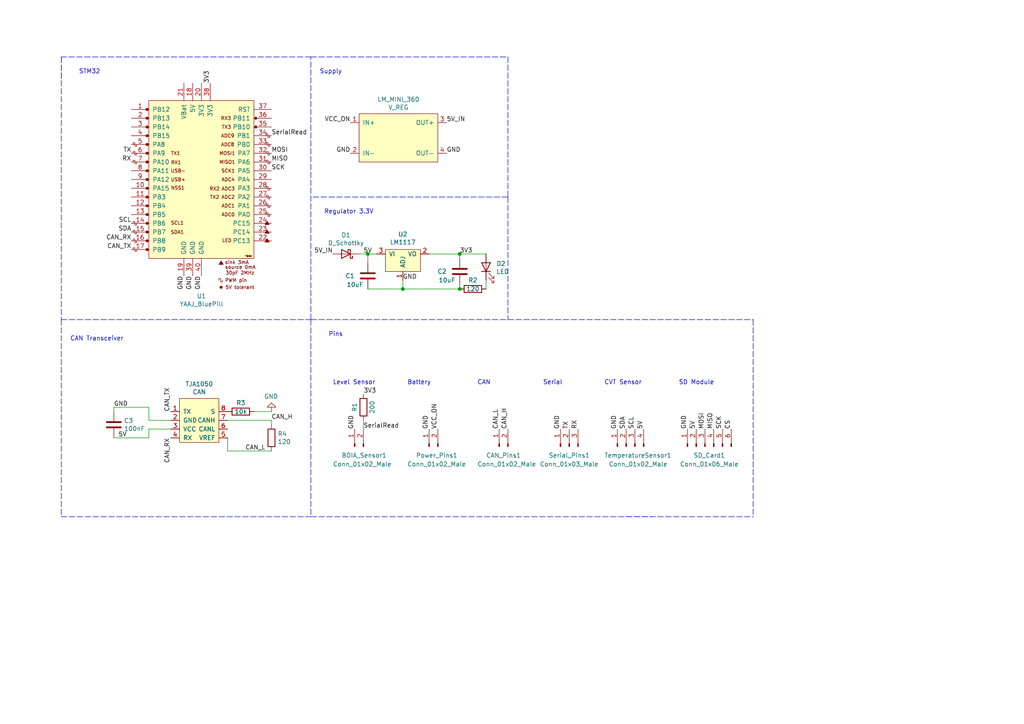
<source format=kicad_sch>
(kicad_sch (version 20211123) (generator eeschema)
  (paper "A4")
  (title_block (title "Sensor Boia + Sensor CVT") (date "0022-11-16") (rev "1.0") (company "Mangue Baja") (comment 1 "Criação  Da Placa"))
  (lib_symbols
    (symbol "Connector:Conn_01x02_Male" (pin_names (offset 1.016) hide)
      (property "Reference" "J" (at 0 2.54 0))
      (property "Value" "Conn_01x02_Male" (at 0 -5.08 0))
      (symbol "Conn_01x02_Male_1_1"
        (polyline (pts (xy 1.27 -2.54) (xy 0.8636 -2.54)) (stroke (width 0.1524)))
        (polyline (pts (xy 1.27 0) (xy 0.8636 0)) (stroke (width 0.1524)))
        (rectangle (start 0.8636 -2.413) (end 0 -2.667) (stroke (width 0.1524)) (fill (type outline)))
        (rectangle (start 0.8636 0.127) (end 0 -0.127) (stroke (width 0.1524)) (fill (type outline)))
        (pin passive line (at 5.08 0 180) (length 3.81) (name "Pin_1") (number "1"))
        (pin passive line (at 5.08 -2.54 180) (length 3.81) (name "Pin_2") (number "2"))
      )
    )
    (symbol "Connector:Conn_01x03_Male" (pin_names (offset 1.016) hide)
      (property "Reference" "J" (at 0 5.08 0))
      (property "Value" "Conn_01x03_Male" (at 0 -5.08 0))
      (symbol "Conn_01x03_Male_1_1"
        (polyline (pts (xy 1.27 -2.54) (xy 0.8636 -2.54)) (stroke (width 0.1524)))
        (polyline (pts (xy 1.27 0) (xy 0.8636 0)) (stroke (width 0.1524)))
        (polyline (pts (xy 1.27 2.54) (xy 0.8636 2.54)) (stroke (width 0.1524)))
        (rectangle (start 0.8636 -2.413) (end 0 -2.667) (stroke (width 0.1524)) (fill (type outline)))
        (rectangle (start 0.8636 0.127) (end 0 -0.127) (stroke (width 0.1524)) (fill (type outline)))
        (rectangle (start 0.8636 2.667) (end 0 2.413) (stroke (width 0.1524)) (fill (type outline)))
        (pin passive line (at 5.08 2.54 180) (length 3.81) (name "Pin_1") (number "1"))
        (pin passive line (at 5.08 0 180) (length 3.81) (name "Pin_2") (number "2"))
        (pin passive line (at 5.08 -2.54 180) (length 3.81) (name "Pin_3") (number "3"))
      )
    )
    (symbol "Connector:Conn_01x04_Male" (pin_names (offset 1.016) hide)
      (property "Reference" "J" (at 0 5.08 0))
      (property "Value" "Conn_01x04_Male" (at 0 -7.62 0))
      (symbol "Conn_01x04_Male_1_1"
        (polyline (pts (xy 1.27 -5.08) (xy 0.8636 -5.08)) (stroke (width 0.1524)))
        (polyline (pts (xy 1.27 -2.54) (xy 0.8636 -2.54)) (stroke (width 0.1524)))
        (polyline (pts (xy 1.27 0) (xy 0.8636 0)) (stroke (width 0.1524)))
        (polyline (pts (xy 1.27 2.54) (xy 0.8636 2.54)) (stroke (width 0.1524)))
        (rectangle (start 0.8636 -4.953) (end 0 -5.207) (stroke (width 0.1524)) (fill (type outline)))
        (rectangle (start 0.8636 -2.413) (end 0 -2.667) (stroke (width 0.1524)) (fill (type outline)))
        (rectangle (start 0.8636 0.127) (end 0 -0.127) (stroke (width 0.1524)) (fill (type outline)))
        (rectangle (start 0.8636 2.667) (end 0 2.413) (stroke (width 0.1524)) (fill (type outline)))
        (pin passive line (at 5.08 2.54 180) (length 3.81) (name "Pin_1") (number "1"))
        (pin passive line (at 5.08 0 180) (length 3.81) (name "Pin_2") (number "2"))
        (pin passive line (at 5.08 -2.54 180) (length 3.81) (name "Pin_3") (number "3"))
        (pin passive line (at 5.08 -5.08 180) (length 3.81) (name "Pin_4") (number "4"))
      )
    )
    (symbol "Connector:Conn_01x06_Male" (pin_names (offset 1.016) hide)
      (property "Reference" "J" (at 0 7.62 0))
      (property "Value" "Conn_01x06_Male" (at 0 -10.16 0))
      (symbol "Conn_01x06_Male_1_1"
        (polyline (pts (xy 1.27 -7.62) (xy 0.8636 -7.62)) (stroke (width 0.1524)))
        (polyline (pts (xy 1.27 -5.08) (xy 0.8636 -5.08)) (stroke (width 0.1524)))
        (polyline (pts (xy 1.27 -2.54) (xy 0.8636 -2.54)) (stroke (width 0.1524)))
        (polyline (pts (xy 1.27 0) (xy 0.8636 0)) (stroke (width 0.1524)))
        (polyline (pts (xy 1.27 2.54) (xy 0.8636 2.54)) (stroke (width 0.1524)))
        (polyline (pts (xy 1.27 5.08) (xy 0.8636 5.08)) (stroke (width 0.1524)))
        (rectangle (start 0.8636 -7.493) (end 0 -7.747) (stroke (width 0.1524)) (fill (type outline)))
        (rectangle (start 0.8636 -4.953) (end 0 -5.207) (stroke (width 0.1524)) (fill (type outline)))
        (rectangle (start 0.8636 -2.413) (end 0 -2.667) (stroke (width 0.1524)) (fill (type outline)))
        (rectangle (start 0.8636 0.127) (end 0 -0.127) (stroke (width 0.1524)) (fill (type outline)))
        (rectangle (start 0.8636 2.667) (end 0 2.413) (stroke (width 0.1524)) (fill (type outline)))
        (rectangle (start 0.8636 5.207) (end 0 4.953) (stroke (width 0.1524)) (fill (type outline)))
        (pin passive line (at 5.08 5.08 180) (length 3.81) (name "Pin_1") (number "1"))
        (pin passive line (at 5.08 2.54 180) (length 3.81) (name "Pin_2") (number "2"))
        (pin passive line (at 5.08 0 180) (length 3.81) (name "Pin_3") (number "3"))
        (pin passive line (at 5.08 -2.54 180) (length 3.81) (name "Pin_4") (number "4"))
        (pin passive line (at 5.08 -5.08 180) (length 3.81) (name "Pin_5") (number "5"))
        (pin passive line (at 5.08 -7.62 180) (length 3.81) (name "Pin_6") (number "6"))
      )
    )
    (symbol "Device:C" (pin_numbers hide) (pin_names (offset 0.254))
      (property "Reference" "C" (at 0.635 2.54 0))
      (property "Value" "C" (at 0.635 -2.54 0))
      (symbol "C_0_1"
        (polyline (pts (xy -2.032 -0.762) (xy 2.032 -0.762)) (stroke (width 0.508)))
        (polyline (pts (xy -2.032 0.762) (xy 2.032 0.762)) (stroke (width 0.508)))
      )
      (symbol "C_1_1"
        (pin passive line (at 0 3.81 270) (length 2.794) (name "~") (number "1"))
        (pin passive line (at 0 -3.81 90) (length 2.794) (name "~") (number "2"))
      )
    )
    (symbol "Device:D_Schottky" (pin_numbers hide) (pin_names (offset 1.016) hide)
      (property "Reference" "D" (at 0 2.54 0))
      (property "Value" "D_Schottky" (at 0 -2.54 0))
      (symbol "D_Schottky_0_1"
        (polyline (pts (xy 1.27 0) (xy -1.27 0)))
        (polyline (pts (xy 1.27 1.27) (xy 1.27 -1.27) (xy -1.27 0) (xy 1.27 1.27)) (stroke (width 0.254)))
        (polyline (pts (xy -1.905 0.635) (xy -1.905 1.27) (xy -1.27 1.27) (xy -1.27 -1.27) (xy -0.635 -1.27) (xy -0.635 -0.635)) (stroke (width 0.254)))
      )
      (symbol "D_Schottky_1_1"
        (pin passive line (at -3.81 0 0) (length 2.54) (name "K") (number "1"))
        (pin passive line (at 3.81 0 180) (length 2.54) (name "A") (number "2"))
      )
    )
    (symbol "Device:LED" (pin_numbers hide) (pin_names (offset 1.016) hide)
      (property "Reference" "D" (at 0 2.54 0))
      (property "Value" "LED" (at 0 -2.54 0))
      (symbol "LED_0_1"
        (polyline (pts (xy -1.27 -1.27) (xy -1.27 1.27)) (stroke (width 0.254)))
        (polyline (pts (xy -1.27 0) (xy 1.27 0)))
        (polyline (pts (xy 1.27 -1.27) (xy 1.27 1.27) (xy -1.27 0) (xy 1.27 -1.27)) (stroke (width 0.254)))
        (polyline (pts (xy -3.048 -0.762) (xy -4.572 -2.286) (xy -3.81 -2.286) (xy -4.572 -2.286) (xy -4.572 -1.524)))
        (polyline (pts (xy -1.778 -0.762) (xy -3.302 -2.286) (xy -2.54 -2.286) (xy -3.302 -2.286) (xy -3.302 -1.524)))
      )
      (symbol "LED_1_1"
        (pin passive line (at -3.81 0 0) (length 2.54) (name "K") (number "1"))
        (pin passive line (at 3.81 0 180) (length 2.54) (name "A") (number "2"))
      )
    )
    (symbol "Device:R" (pin_numbers hide) (pin_names (offset 0))
      (property "Reference" "R" (at 2.032 0 90))
      (property "Value" "R" (at 0 0 90))
      (symbol "R_0_1"
        (rectangle (start -1.016 -2.54) (end 1.016 2.54) (stroke (width 0.254)))
      )
      (symbol "R_1_1"
        (pin passive line (at 0 3.81 270) (length 1.27) (name "~") (number "1"))
        (pin passive line (at 0 -3.81 90) (length 1.27) (name "~") (number "2"))
      )
    )
    (symbol "PlacaPrototipoBMUv1-rescue:YAAJ_BluePill-YAAJ_BluePill" (pin_names (offset 1.016))
      (property "Reference" "U" (at -13.97 24.13 0))
      (property "Value" "YAAJ_BluePill-YAAJ_BluePill" (at 0 6.35 90))
      (symbol "YAAJ_BluePill-YAAJ_BluePill_0_0"
        (circle (center -15.748 -20.32) (radius 0.3556) (fill (type outline)))
        (circle (center -15.748 -17.78) (radius 0.3556) (fill (type outline)))
        (circle (center -15.748 -15.24) (radius 0.3556) (fill (type outline)))
        (circle (center -15.748 -12.7) (radius 0.3556) (fill (type outline)))
        (circle (center -15.748 -10.16) (radius 0.3556) (fill (type outline)))
        (circle (center -15.748 -7.62) (radius 0.3556) (fill (type outline)))
        (circle (center -15.748 -5.08) (radius 0.3556) (fill (type outline)))
        (circle (center -15.748 -2.54) (radius 0.3556) (fill (type outline)))
        (circle (center -15.748 0) (radius 0.3556) (fill (type outline)))
        (circle (center -15.748 2.54) (radius 0.3556) (fill (type outline)))
        (circle (center -15.748 5.08) (radius 0.3556) (fill (type outline)))
        (circle (center -15.748 7.62) (radius 0.3556) (fill (type outline)))
        (circle (center -15.748 10.16) (radius 0.3556) (fill (type outline)))
        (circle (center -15.748 12.7) (radius 0.3556) (fill (type outline)))
        (circle (center -15.748 15.24) (radius 0.3556) (fill (type outline)))
        (circle (center -15.748 20.32) (radius 0.3556) (fill (type outline)))
        (polyline (pts (xy 5.08 -24.638) (xy 5.715 -23.622) (xy 6.35 -24.638) (xy 5.08 -24.638) (xy 5.715 -23.749) (xy 6.223 -24.638) (xy 5.207 -24.511) (xy 5.715 -23.876) (xy 6.096 -24.638) (xy 5.334 -24.384) (xy 5.842 -24.003) (xy 5.969 -24.638) (xy 5.461 -24.257) (xy 5.969 -24.13) (xy 5.842 -24.511) (xy 5.588 -24.257) (xy 5.842 -24.384) (xy 5.715 -24.13)))
        (polyline (pts (xy 18.415 -18.161) (xy 19.05 -17.145) (xy 19.685 -18.161) (xy 18.415 -18.161) (xy 19.05 -17.272) (xy 19.558 -18.161) (xy 18.542 -18.034) (xy 19.05 -17.399) (xy 19.431 -18.161) (xy 18.669 -17.907) (xy 19.177 -17.526) (xy 19.304 -18.161) (xy 18.796 -17.78) (xy 19.304 -17.653) (xy 19.177 -18.034) (xy 18.923 -17.78) (xy 19.177 -17.907) (xy 19.05 -17.653)))
        (polyline (pts (xy 18.415 -15.621) (xy 19.05 -14.605) (xy 19.685 -15.621) (xy 18.415 -15.621) (xy 19.05 -14.732) (xy 19.558 -15.621) (xy 18.542 -15.494) (xy 19.05 -14.859) (xy 19.431 -15.621) (xy 18.669 -15.367) (xy 19.177 -14.986) (xy 19.304 -15.621) (xy 18.796 -15.24) (xy 19.304 -15.113) (xy 19.177 -15.494) (xy 18.923 -15.24) (xy 19.177 -15.367) (xy 19.05 -15.113)))
        (polyline (pts (xy 18.415 -13.081) (xy 19.05 -12.065) (xy 19.685 -13.081) (xy 18.415 -13.081) (xy 19.05 -12.192) (xy 19.558 -13.081) (xy 18.542 -12.954) (xy 19.05 -12.319) (xy 19.431 -13.081) (xy 18.669 -12.827) (xy 19.177 -12.446) (xy 19.304 -13.081) (xy 18.796 -12.7) (xy 19.304 -12.573) (xy 19.177 -12.954) (xy 18.923 -12.7) (xy 19.177 -12.827) (xy 19.05 -12.573)))
        (circle (center 5.715 -31.242) (radius 0.127) (fill (type outline)))
        (circle (center 5.715 -31.242) (radius 0.254))
        (circle (center 5.715 -31.242) (radius 0.3556))
        (circle (center 15.748 15.24) (radius 0.254) (fill (type outline)))
        (circle (center 15.748 15.24) (radius 0.3556))
        (circle (center 15.748 17.78) (radius 0.254) (fill (type outline)))
        (circle (center 15.748 17.78) (radius 0.3556))
        (text "30pF 2MHz" (at 11.176 -27.051 0) (effects (font (size 0.9906 0.9906))))
        (text "5V tolerant" (at 11.176 -31.242 0) (effects (font (size 0.9906 0.9906))))
        (text "ADC0" (at 7.747 -10.16 0) (effects (font (size 0.9906 0.9906))))
        (text "ADC1" (at 7.747 -7.62 0) (effects (font (size 0.9906 0.9906))))
        (text "ADC2" (at 7.747 -5.08 0) (effects (font (size 0.9906 0.9906))))
        (text "ADC3" (at 7.747 -2.667 0) (effects (font (size 0.9906 0.9906))))
        (text "ADC4" (at 7.747 0 0) (effects (font (size 0.9906 0.9906))))
        (text "ADC8" (at 7.62 10.16 0) (effects (font (size 0.9906 0.9906))))
        (text "ADC9" (at 7.62 12.7 0) (effects (font (size 0.9906 0.9906))))
        (text "LED" (at 7.366 -17.653 0) (effects (font (size 0.9906 0.9906))))
        (text "MISO1" (at 7.493 5.08 0) (effects (font (size 0.9906 0.9906))))
        (text "MOSI1" (at 7.493 7.62 0) (effects (font (size 0.9906 0.9906))))
        (text "NSS1" (at -6.858 -2.413 0) (effects (font (size 0.9906 0.9906))))
        (text "PWM pin" (at 10.033 -29.21 0) (effects (font (size 0.9906 0.9906))))
        (text "RX1" (at -7.366 4.953 0) (effects (font (size 0.9906 0.9906))))
        (text "RX2" (at 3.81 -2.667 0) (effects (font (size 0.9906 0.9906))))
        (text "RX3" (at 7.112 17.78 0) (effects (font (size 0.9906 0.9906))))
        (text "SCK1" (at 7.747 2.54 0) (effects (font (size 0.9906 0.9906))))
        (text "SCL1" (at -6.985 -12.573 0) (effects (font (size 0.9906 0.9906))))
        (text "SDA1" (at -6.985 -15.24 0) (effects (font (size 0.9906 0.9906))))
        (text "sink 3mA" (at 10.287 -24.003 0) (effects (font (size 0.9906 0.9906))))
        (text "source 0mA" (at 11.303 -25.4 0) (effects (font (size 0.9906 0.9906))))
        (text "TX1" (at -7.493 7.62 0) (effects (font (size 0.9906 0.9906))))
        (text "TX2" (at 3.81 -5.08 0) (effects (font (size 0.9906 0.9906))))
        (text "TX3" (at 7.239 15.24 0) (effects (font (size 0.9906 0.9906))))
        (text "USB+" (at -6.731 0 0) (effects (font (size 0.9906 0.9906))))
        (text "USB-" (at -6.731 2.54 0) (effects (font (size 0.9906 0.9906))))
        (text "Y@@J" (at 13.6906 -22.1488 0) (effects (font (size 0.508 0.508))))
      )
      (symbol "YAAJ_BluePill-YAAJ_BluePill_0_1"
        (rectangle (start -15.24 22.86) (end 15.24 -22.86) (fill (type background)))
        (polyline (pts (xy -18.796 -20.32) (xy -18.796 -20.828) (xy -19.304 -20.828) (xy -19.304 -19.812) (xy -19.812 -19.812) (xy -19.812 -20.32)))
        (polyline (pts (xy -18.796 -17.78) (xy -18.796 -18.288) (xy -19.304 -18.288) (xy -19.304 -17.272) (xy -19.812 -17.272) (xy -19.812 -17.78)))
        (polyline (pts (xy -18.796 -15.24) (xy -18.796 -15.748) (xy -19.304 -15.748) (xy -19.304 -14.732) (xy -19.812 -14.732) (xy -19.812 -15.24)))
        (polyline (pts (xy -18.796 -12.7) (xy -18.796 -13.208) (xy -19.304 -13.208) (xy -19.304 -12.192) (xy -19.812 -12.192) (xy -19.812 -12.7)))
        (polyline (pts (xy -18.796 5.08) (xy -18.796 4.572) (xy -19.304 4.572) (xy -19.304 5.588) (xy -19.812 5.588) (xy -19.812 5.08)))
        (polyline (pts (xy -18.796 7.62) (xy -18.796 7.112) (xy -19.304 7.112) (xy -19.304 8.128) (xy -19.812 8.128) (xy -19.812 7.62)))
        (polyline (pts (xy -18.796 10.16) (xy -18.796 9.652) (xy -19.304 9.652) (xy -19.304 10.668) (xy -19.812 10.668) (xy -19.812 10.16)))
        (polyline (pts (xy 6.096 -29.21) (xy 6.096 -29.718) (xy 5.588 -29.718) (xy 5.588 -28.702) (xy 5.08 -28.702) (xy 5.08 -29.21)))
        (polyline (pts (xy 19.812 -10.16) (xy 19.812 -10.668) (xy 19.304 -10.668) (xy 19.304 -9.652) (xy 18.796 -9.652) (xy 18.796 -10.16)))
        (polyline (pts (xy 19.812 -7.62) (xy 19.812 -8.128) (xy 19.304 -8.128) (xy 19.304 -7.112) (xy 18.796 -7.112) (xy 18.796 -7.62)))
        (polyline (pts (xy 19.812 -5.08) (xy 19.812 -5.588) (xy 19.304 -5.588) (xy 19.304 -4.572) (xy 18.796 -4.572) (xy 18.796 -5.08)))
        (polyline (pts (xy 19.812 -2.54) (xy 19.812 -3.048) (xy 19.304 -3.048) (xy 19.304 -2.032) (xy 18.796 -2.032) (xy 18.796 -2.54)))
        (polyline (pts (xy 19.812 5.08) (xy 19.812 4.572) (xy 19.304 4.572) (xy 19.304 5.588) (xy 18.796 5.588) (xy 18.796 5.08)))
        (polyline (pts (xy 19.812 7.62) (xy 19.812 7.112) (xy 19.304 7.112) (xy 19.304 8.128) (xy 18.796 8.128) (xy 18.796 7.62)))
        (polyline (pts (xy 19.812 10.16) (xy 19.812 9.652) (xy 19.304 9.652) (xy 19.304 10.668) (xy 18.796 10.668) (xy 18.796 10.16)))
        (polyline (pts (xy 19.812 12.7) (xy 19.812 12.192) (xy 19.304 12.192) (xy 19.304 13.208) (xy 18.796 13.208) (xy 18.796 12.7)))
      )
      (symbol "YAAJ_BluePill-YAAJ_BluePill_1_1"
        (circle (center -15.748 17.78) (radius 0.3556) (fill (type outline)))
        (pin bidirectional line (at -20.32 20.32 0) (length 5.08) (name "PB12") (number "1"))
        (pin bidirectional line (at -20.32 -2.54 0) (length 5.08) (name "PA15") (number "10"))
        (pin bidirectional line (at -20.32 -5.08 0) (length 5.08) (name "PB3") (number "11"))
        (pin bidirectional line (at -20.32 -7.62 0) (length 5.08) (name "PB4") (number "12"))
        (pin bidirectional line (at -20.32 -10.16 0) (length 5.08) (name "PB5") (number "13"))
        (pin bidirectional line (at -20.32 -12.7 0) (length 5.08) (name "PB6") (number "14"))
        (pin bidirectional line (at -20.32 -15.24 0) (length 5.08) (name "PB7") (number "15"))
        (pin bidirectional line (at -20.32 -17.78 0) (length 5.08) (name "PB8") (number "16"))
        (pin bidirectional line (at -20.32 -20.32 0) (length 5.08) (name "PB9") (number "17"))
        (pin power_in line (at -2.54 27.94 270) (length 5.08) (name "5V") (number "18"))
        (pin power_in line (at -5.08 -27.94 90) (length 5.08) (name "GND") (number "19"))
        (pin bidirectional line (at -20.32 17.78 0) (length 5.08) (name "PB13") (number "2"))
        (pin power_in line (at 0 27.94 270) (length 5.08) (name "3V3") (number "20"))
        (pin power_in line (at -5.08 27.94 270) (length 5.08) (name "VBat") (number "21"))
        (pin bidirectional line (at 20.32 -17.78 180) (length 5.08) (name "PC13") (number "22"))
        (pin bidirectional line (at 20.32 -15.24 180) (length 5.08) (name "PC14") (number "23"))
        (pin bidirectional line (at 20.32 -12.7 180) (length 5.08) (name "PC15") (number "24"))
        (pin bidirectional line (at 20.32 -10.16 180) (length 5.08) (name "PA0") (number "25"))
        (pin bidirectional line (at 20.32 -7.62 180) (length 5.08) (name "PA1") (number "26"))
        (pin bidirectional line (at 20.32 -5.08 180) (length 5.08) (name "PA2") (number "27"))
        (pin bidirectional line (at 20.32 -2.54 180) (length 5.08) (name "PA3") (number "28"))
        (pin bidirectional line (at 20.32 0 180) (length 5.08) (name "PA4") (number "29"))
        (pin bidirectional line (at -20.32 15.24 0) (length 5.08) (name "PB14") (number "3"))
        (pin bidirectional line (at 20.32 2.54 180) (length 5.08) (name "PA5") (number "30"))
        (pin bidirectional line (at 20.32 5.08 180) (length 5.08) (name "PA6") (number "31"))
        (pin bidirectional line (at 20.32 7.62 180) (length 5.08) (name "PA7") (number "32"))
        (pin bidirectional line (at 20.32 10.16 180) (length 5.08) (name "PB0") (number "33"))
        (pin bidirectional line (at 20.32 12.7 180) (length 5.08) (name "PB1") (number "34"))
        (pin bidirectional line (at 20.32 15.24 180) (length 5.08) (name "PB10") (number "35"))
        (pin bidirectional line (at 20.32 17.78 180) (length 5.08) (name "PB11") (number "36"))
        (pin input line (at 20.32 20.32 180) (length 5.08) (name "RST") (number "37"))
        (pin power_in line (at 2.54 27.94 270) (length 5.08) (name "3V3") (number "38"))
        (pin power_in line (at -2.54 -27.94 90) (length 5.08) (name "GND") (number "39"))
        (pin bidirectional line (at -20.32 12.7 0) (length 5.08) (name "PB15") (number "4"))
        (pin power_in line (at 0 -27.94 90) (length 5.08) (name "GND") (number "40"))
        (pin bidirectional line (at -20.32 10.16 0) (length 5.08) (name "PA8") (number "5"))
        (pin bidirectional line (at -20.32 7.62 0) (length 5.08) (name "PA9") (number "6"))
        (pin bidirectional line (at -20.32 5.08 0) (length 5.08) (name "PA10") (number "7"))
        (pin bidirectional line (at -20.32 2.54 0) (length 5.08) (name "PA11") (number "8"))
        (pin bidirectional line (at -20.32 0 0) (length 5.08) (name "PA12") (number "9"))
      )
    )
    (symbol "power:GND" (power) (pin_names (offset 0))
      (property "Value" "GND" (at 0 -3.81 0))
      (symbol "GND_0_1"
        (polyline (pts (xy 0 0) (xy 0 -1.27) (xy 1.27 -1.27) (xy 0 -2.54) (xy -1.27 -1.27) (xy 0 -1.27)))
      )
      (symbol "GND_1_1"
        (pin power_in line (at 0 0 270) (length 0) hide (name "GND") (number "1"))
      )
    )
    (symbol "stm32Integrada-rescue:LM1117-Baja" (pin_names (offset 1.016))
      (property "Reference" "U" (at 8.89 7.62 0))
      (property "Value" "LM1117-Baja" (at 3.81 7.62 0))
      (symbol "LM1117-Baja_0_1"
        (rectangle (start 0 6.35) (end 10.16 0) (fill (type background)))
      )
      (symbol "LM1117-Baja_1_1"
        (pin input line (at 5.08 -2.54 90) (length 2.54) (name "ADJ") (number "1"))
        (pin power_out line (at 12.7 5.08 180) (length 2.54) (name "VO") (number "2"))
        (pin power_in line (at -2.54 5.08 0) (length 2.54) (name "VI") (number "3"))
      )
    )
    (symbol "stm32Integrada-rescue:LM2596-Baja" (pin_names (offset 1.016))
      (property "Reference" "U" (at 11.43 5.08 0))
      (property "Value" "LM2596-Baja" (at 11.43 7.62 0))
      (symbol "LM2596-Baja_1_1"
        (rectangle (start 0 13.97) (end 22.86 0) (fill (type background)))
        (pin input line (at -2.54 11.43 0) (length 2.54) (name "IN+") (number "1"))
        (pin input line (at -2.54 2.54 0) (length 2.54) (name "IN-") (number "2"))
        (pin input line (at 25.4 11.43 180) (length 2.54) (name "OUT+") (number "3"))
        (pin input line (at 25.4 2.54 180) (length 2.54) (name "OUT-") (number "4"))
      )
    )
    (symbol "stm32Integrada-rescue:TJA1050-Baja" (pin_names (offset 1.016))
      (property "Reference" "U" (at 10.16 12.7 0))
      (property "Value" "TJA1050-Baja" (at 5.08 12.7 0))
      (symbol "TJA1050-Baja_0_1"
        (rectangle (start 0 13.97) (end 11.43 1.27) (fill (type background)))
      )
      (symbol "TJA1050-Baja_1_1"
        (pin input line (at -2.54 10.16 0) (length 2.54) (name "TX") (number "1"))
        (pin input line (at -2.54 7.62 0) (length 2.54) (name "GND") (number "2"))
        (pin input line (at -2.54 5.08 0) (length 2.54) (name "VCC") (number "3"))
        (pin input line (at -2.54 2.54 0) (length 2.54) (name "RX") (number "4"))
        (pin input line (at 13.97 2.54 180) (length 2.54) (name "VREF") (number "5"))
        (pin input line (at 13.97 5.08 180) (length 2.54) (name "CANL") (number "6"))
        (pin input line (at 13.97 7.62 180) (length 2.54) (name "CANH") (number "7"))
        (pin input line (at 13.97 10.16 180) (length 2.54) (name "S") (number "8"))
      )
    )
  )
  (junction (at 106.68 73.66))
  (junction (at 133.35 83.82))
  (junction (at 133.35 73.66))
  (junction (at 116.84 83.82))
  (wire (pts (xy 133.35 73.66) (xy 140.97 73.66)))
  (wire (pts (xy 133.35 82.55) (xy 133.35 83.82)))
  (polyline (pts (xy 147.32 57.15) (xy 147.32 92.71)))
  (wire (pts (xy 43.18 127) (xy 43.18 124.46)))
  (polyline (pts (xy 218.44 92.71) (xy 218.44 149.86)))
  (wire (pts (xy 104.14 73.66) (xy 106.68 73.66)))
  (wire (pts (xy 43.18 124.46) (xy 49.53 124.46)))
  (wire (pts (xy 106.68 73.66) (xy 106.68 76.2)))
  (polyline (pts (xy 17.78 16.51) (xy 17.78 92.71)))
  (polyline (pts (xy 90.17 92.71) (xy 90.17 16.51)))
  (wire (pts (xy 140.97 81.28) (xy 140.97 83.82)))
  (polyline (pts (xy 147.32 92.71) (xy 218.44 92.71)))
  (wire (pts (xy 33.02 118.11) (xy 43.18 118.11)))
  (polyline (pts (xy 17.78 92.71) (xy 17.78 149.86)))
  (polyline (pts (xy 17.78 16.51) (xy 17.78 22.86)))
  (wire (pts (xy 73.66 119.38) (xy 78.74 119.38)))
  (polyline (pts (xy 147.32 57.15) (xy 90.17 57.15)))
  (wire (pts (xy 43.18 118.11) (xy 43.18 121.92)))
  (wire (pts (xy 105.41 121.92) (xy 105.41 124.46)))
  (polyline (pts (xy 17.78 149.86) (xy 90.17 149.86)))
  (wire (pts (xy 106.68 83.82) (xy 116.84 83.82)))
  (wire (pts (xy 66.04 127) (xy 66.04 130.81)))
  (wire (pts (xy 106.68 73.66) (xy 109.22 73.66)))
  (polyline (pts (xy 90.17 92.71) (xy 90.17 149.86)))
  (wire (pts (xy 116.84 81.28) (xy 116.84 83.82)))
  (wire (pts (xy 133.35 74.93) (xy 133.35 73.66)))
  (polyline (pts (xy 90.17 149.86) (xy 189.23 149.86)))
  (polyline (pts (xy 181.61 149.86) (xy 218.44 149.86)))
  (wire (pts (xy 33.02 119.38) (xy 33.02 118.11)))
  (wire (pts (xy 43.18 121.92) (xy 49.53 121.92)))
  (polyline (pts (xy 147.32 16.51) (xy 147.32 57.15)))
  (polyline (pts (xy 17.78 92.71) (xy 90.17 92.71)))
  (polyline (pts (xy 90.17 16.51) (xy 17.78 16.51)))
  (wire (pts (xy 124.46 73.66) (xy 133.35 73.66)))
  (wire (pts (xy 66.04 130.81) (xy 78.74 130.81)))
  (wire (pts (xy 66.04 121.92) (xy 78.74 121.92)))
  (polyline (pts (xy 90.17 16.51) (xy 147.32 16.51)))
  (wire (pts (xy 116.84 83.82) (xy 133.35 83.82)))
  (wire (pts (xy 33.02 127) (xy 43.18 127)))
  (wire (pts (xy 78.74 121.92) (xy 78.74 123.19)))
  (polyline (pts (xy 90.17 92.71) (xy 147.32 92.71)))
  (text "Serial" (at 157.48 111.76 0) (effects (font (size 1.27 1.27)) (justify left bottom)))
  (text "CAN" (at 138.43 111.76 0) (effects (font (size 1.27 1.27)) (justify left bottom)))
  (text "SD Module" (at 196.85 111.76 0) (effects (font (size 1.27 1.27)) (justify left bottom)))
  (text "Battery\n" (at 118.11 111.76 0) (effects (font (size 1.27 1.27)) (justify left bottom)))
  (text "CAN Transceiver\n" (at 20.32 99.06 0) (effects (font (size 1.27 1.27)) (justify left bottom)))
  (text "Regulator 3.3V" (at 93.98 62.23 0) (effects (font (size 1.27 1.27)) (justify left bottom)))
  (text "Pins" (at 95.25 97.79 0) (effects (font (size 1.27 1.27)) (justify left bottom)))
  (text "CVT Sensor\n" (at 175.26 111.76 0) (effects (font (size 1.27 1.27)) (justify left bottom)))
  (text "Level Sensor\n" (at 96.52 111.76 0) (effects (font (size 1.27 1.27)) (justify left bottom)))
  (text "Supply\n" (at 92.71 21.59 0) (effects (font (size 1.27 1.27)) (justify left bottom)))
  (text "STM32\n" (at 22.86 21.59 0) (effects (font (size 1.27 1.27)) (justify left bottom)))
  (label "5V" (at 201.93 124.46 90))
  (label "SDA" (at 181.61 124.46 90))
  (label "CAN_TX" (at 38.1 72.39 180))
  (label "GND" (at 101.6 44.45 180))
  (label "5V" (at 105.41 73.66 0))
  (label "SerialRead" (at 78.74 39.37 0))
  (label "GND" (at 53.34 80.01 270))
  (label "SCL" (at 38.1 64.77 180))
  (label "5V" (at 34.29 127 0))
  (label "MISO" (at 78.74 46.99 0))
  (label "MOSI" (at 204.47 124.46 90))
  (label "5V_IN" (at 96.52 73.66 180))
  (label "GND" (at 129.54 44.45 0))
  (label "VCC_ON" (at 101.6 35.56 180))
  (label "CS" (at 212.09 124.46 90))
  (label "CAN_H" (at 78.74 121.92 0))
  (label "TX" (at 165.1 124.46 90))
  (label "CAN_RX" (at 38.1 69.85 180))
  (label "GND" (at 55.88 80.01 270))
  (label "CAN_RX" (at 49.53 127 270))
  (label "VCC_ON" (at 127 124.46 90))
  (label "SCK" (at 78.74 49.53 0))
  (label "3V3" (at 60.96 24.13 90))
  (label "GND" (at 116.84 81.28 0))
  (label "GND" (at 124.46 124.46 90))
  (label "5V_IN" (at 129.54 35.56 0))
  (label "GND" (at 33.02 118.11 0))
  (label "GND" (at 58.42 80.01 270))
  (label "5V" (at 186.69 124.46 90))
  (label "3V3" (at 105.41 114.3 0))
  (label "MISO" (at 207.01 124.46 90))
  (label "GND" (at 179.07 124.46 90))
  (label "SCK" (at 209.55 124.46 90))
  (label "CAN_TX" (at 49.53 119.38 90))
  (label "SerialRead" (at 105.41 124.46 0))
  (label "GND" (at 199.39 124.46 90))
  (label "RX" (at 167.64 124.46 90))
  (label "RX" (at 38.1 46.99 180))
  (label "SCL" (at 184.15 124.46 90))
  (label "CAN_H" (at 147.32 124.46 90))
  (label "GND" (at 102.87 124.46 90))
  (label "CAN_L" (at 144.78 124.46 90))
  (label "SDA" (at 38.1 67.31 180))
  (label "MOSI" (at 78.74 44.45 0))
  (label "CAN_L" (at 71.12 130.81 0))
  (label "GND" (at 162.56 124.46 90))
  (label "TX" (at 38.1 44.45 180))
  (label "3V3" (at 133.35 73.66 0))
  (symbol (lib_id "Device:LED") (at 140.97 77.47 90) (unit 1)
    (property "Reference" "D2" (at 143.9418 76.4794 90) (effects (justify right)))
    (property "Value" "LED" (at 143.9418 78.7908 90) (effects (justify right)))
    (property "Footprint" "Footprints:D_LED" (effects hide))
  )
  (symbol (lib_id "Device:C") (at 133.35 78.74 180) (unit 1)
    (property "Reference" "C2" (at 129.54 78.74 0) (effects (justify left)))
    (property "Value" "10uF" (at 132.08 81.28 0) (effects (justify left)))
    (property "Footprint" "Capacitor_SMD:C_0805_2012Metric_Pad1.18x1.45mm_HandSolder" (effects hide))
  )
  (symbol (lib_id "Device:R") (at 105.41 118.11 0) (unit 1)
    (property "Reference" "R1" (at 102.87 118.11 90))
    (property "Value" "200" (at 107.95 118.11 90))
    (property "Footprint" "Resistor_SMD:R_0603_1608Metric_Pad0.98x0.95mm_HandSolder" (effects hide))
  )
  (symbol (lib_id "Connector:Conn_01x06_Male") (at 204.47 129.54 90) (unit 1)
    (property "Reference" "SD_Card1" (at 205.74 132.08 90))
    (property "Value" "Conn_01x06_Male" (at 205.74 134.62 90))
    (property "Footprint" "TerminalBlock:TerminalBlock_bornier-6_P5.08mm" (effects hide))
    (property "Reference" "SD_Card1" (effects hide))
    (property "Value" "Conn_01x06_Male" (effects hide))
  )
  (symbol (lib_id "Connector:Conn_01x02_Male") (at 144.78 129.54 90) (unit 1)
    (property "Reference" "CAN_Pins1" (at 140.97 132.08 90) (effects (justify right)))
    (property "Value" "Conn_01x02_Male" (at 138.43 134.62 90) (effects (justify right)))
    (property "Footprint" "TerminalBlock:TerminalBlock_bornier-2_P5.08mm" (effects hide))
  )
  (symbol (lib_id "Device:C") (at 33.02 123.19 0) (unit 1)
    (property "Reference" "C3" (at 35.941 122.0216 0) (effects (justify left)))
    (property "Value" "100nF" (at 35.941 124.333 0) (effects (justify left)))
    (property "Footprint" "Capacitor_SMD:C_0805_2012Metric_Pad1.18x1.45mm_HandSolder" (effects hide))
  )
  (symbol (lib_id "PlacaPrototipoBMUv1-rescue:YAAJ_BluePill-YAAJ_BluePill") (at 58.42 52.07 0) (unit 1)
    (property "Reference" "U1" (at 58.42 85.8774 0))
    (property "Value" "YAAJ_BluePill" (at 58.42 88.1888 0))
    (property "Footprint" "Footprints:bluepill" (effects hide))
  )
  (symbol (lib_id "stm32Integrada-rescue:LM1117-Baja") (at 111.76 78.74 0) (unit 1)
    (property "Reference" "U2" (at 116.84 67.945 0))
    (property "Value" "LM1117" (at 116.84 70.2564 0))
    (property "Footprint" "Footprints:LM1117" (effects hide))
  )
  (symbol (lib_id "stm32Integrada-rescue:TJA1050-Baja") (at 52.07 129.54 0) (unit 1)
    (property "Reference" "TJA1050" (at 57.785 111.379 0))
    (property "Value" "CAN" (at 57.785 113.6904 0))
    (property "Footprint" "Footprints:CAN" (effects hide))
  )
  (symbol (lib_id "Device:D_Schottky") (at 100.33 73.66 180) (unit 1)
    (property "Reference" "D1" (at 100.33 68.1736 0))
    (property "Value" "D_Schottky" (at 100.33 70.485 0))
    (property "Footprint" "Footprints:D_Schotty" (effects hide))
  )
  (symbol (lib_id "Device:R") (at 69.85 119.38 270) (unit 1)
    (property "Reference" "R3" (at 69.85 116.84 90))
    (property "Value" "10k" (at 69.85 119.38 90))
    (property "Footprint" "Resistor_SMD:R_0805_2012Metric_Pad1.20x1.40mm_HandSolder" (effects hide))
  )
  (symbol (lib_id "Connector:Conn_01x02_Male") (at 102.87 129.54 90) (unit 1)
    (property "Reference" "BOIA_Sensor1" (at 99.06 132.08 90) (effects (justify right)))
    (property "Value" "Conn_01x02_Male" (at 96.52 134.62 90) (effects (justify right)))
    (property "Footprint" "TerminalBlock:TerminalBlock_bornier-2_P5.08mm" (effects hide))
  )
  (symbol (lib_id "Device:R") (at 78.74 127 0) (unit 1)
    (property "Reference" "R4" (at 80.518 125.8316 0) (effects (justify left)))
    (property "Value" "120" (at 80.518 128.143 0) (effects (justify left)))
    (property "Footprint" "Resistor_SMD:R_0805_2012Metric_Pad1.20x1.40mm_HandSolder" (effects hide))
  )
  (symbol (lib_id "Connector:Conn_01x02_Male") (at 124.46 129.54 90) (unit 1)
    (property "Reference" "Power_Pins1" (at 120.65 132.08 90) (effects (justify right)))
    (property "Value" "Conn_01x02_Male" (at 118.11 134.62 90) (effects (justify right)))
    (property "Footprint" "TerminalBlock:TerminalBlock_bornier-2_P5.08mm" (effects hide))
  )
  (symbol (lib_id "Device:C") (at 106.68 80.01 180) (unit 1)
    (property "Reference" "C1" (at 102.87 80.01 0) (effects (justify left)))
    (property "Value" "10uF" (at 105.41 82.55 0) (effects (justify left)))
    (property "Footprint" "Capacitor_SMD:C_0805_2012Metric_Pad1.18x1.45mm_HandSolder" (effects hide))
  )
  (symbol (lib_id "power:GND") (at 78.74 119.38 180) (unit 1)
    (property "Reference" "#PWR0101" (effects hide))
    (property "Value" "GND" (at 78.613 114.9858 0))
  )
  (symbol (lib_id "Connector:Conn_01x03_Male") (at 165.1 129.54 90) (unit 1)
    (property "Reference" "Serial_Pins1" (at 165.1 132.08 90))
    (property "Value" "Conn_01x03_Male" (at 165.1 134.62 90))
    (property "Footprint" "Connector_PinHeader_2.54mm:PinHeader_1x03_P2.54mm_Vertical" (effects hide))
    (property "Reference" "Serial_Pins1" (effects hide))
    (property "Value" "Conn_01x03_Male" (effects hide))
  )
  (symbol (lib_id "Device:R") (at 137.16 83.82 90) (unit 1)
    (property "Reference" "R2" (at 137.16 81.28 90))
    (property "Value" "120" (at 137.16 83.82 90))
    (property "Footprint" "Resistor_SMD:R_0805_2012Metric" (effects hide))
  )
  (symbol (lib_id "Connector:Conn_01x04_Male") (at 181.61 129.54 90) (unit 1)
    (property "Reference" "TemperatureSensor1" (at 175.26 132.08 90) (effects (justify right)))
    (property "Value" "Conn_01x02_Male" (at 176.53 134.62 90) (effects (justify right)))
    (property "Footprint" "TerminalBlock:TerminalBlock_bornier-4_P5.08mm" (effects hide))
  )
  (symbol (lib_id "stm32Integrada-rescue:LM2596-Baja") (at 104.14 46.99 0) (unit 1)
    (property "Reference" "LM_MINI_360" (at 115.57 28.829 0))
    (property "Value" "V_REG" (at 115.57 31.1404 0))
    (property "Footprint" "Footprints:LM2596_DSN_Mini360_Module" (effects hide))
  )
)
</source>
